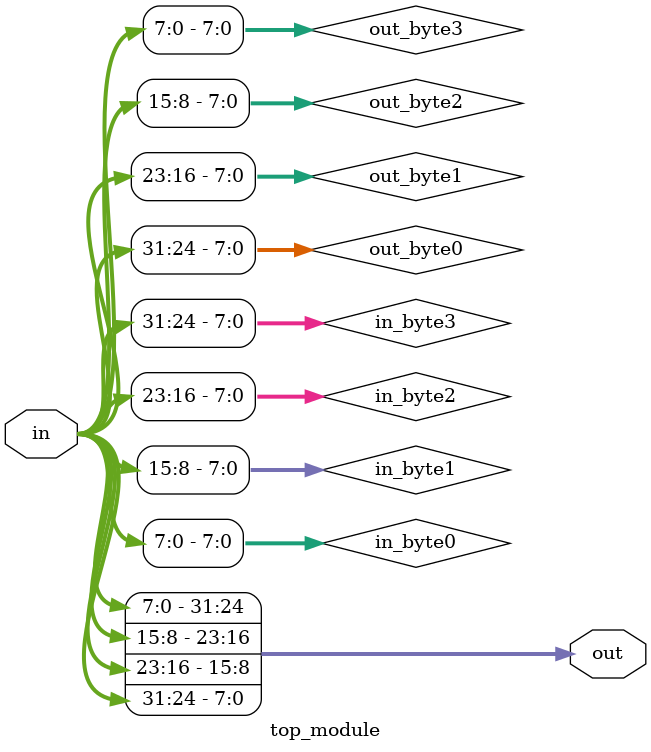
<source format=sv>
module top_module (
    input [31:0] in,
    output [31:0] out
);

// Declare intermediate wire variables
wire [7:0] in_byte0;
wire [7:0] in_byte1;
wire [7:0] in_byte2;
wire [7:0] in_byte3;
wire [7:0] out_byte0;
wire [7:0] out_byte1;
wire [7:0] out_byte2;
wire [7:0] out_byte3;

// Split the input into bytes
assign in_byte0 = in[7:0];
assign in_byte1 = in[15:8];
assign in_byte2 = in[23:16];
assign in_byte3 = in[31:24];

// Reverse the order of bytes
assign out_byte0 = in_byte3;
assign out_byte1 = in_byte2;
assign out_byte2 = in_byte1;
assign out_byte3 = in_byte0;

// Concatenate the reversed bytes to form the output
assign out = {out_byte3, out_byte2, out_byte1, out_byte0};

endmodule

</source>
